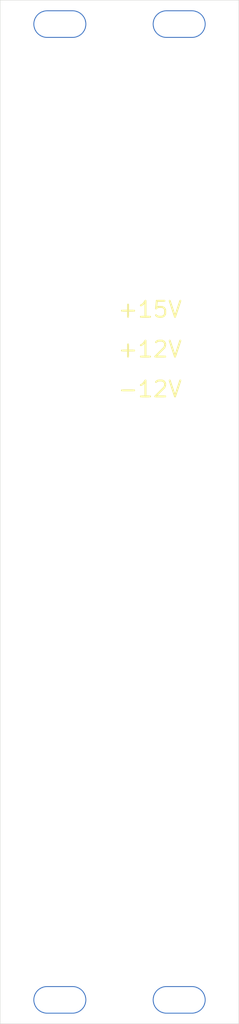
<source format=kicad_pcb>
(kicad_pcb (version 20241229) (generator "pcbnew") (generator_version "9.0")
  (layers (0 "F.Cu" signal) (2 "B.Cu" signal) (13 "F.Paste" user) (15 "B.Paste" user) (5 "F.SilkS" user "F.Silkscreen") (7 "B.SilkS" user "B.Silkscreen") (1 "F.Mask" user) (3 "B.Mask" user) (25 "Edge.Cuts" user))
  (net 0 "")
  (footprint "ModularMountingHoles:MountingHole_3.2mm_M3_naked" (layer "F.Cu") (at 75 88.58)
    (property "Reference" "REF**" (hide yes))
    (property "Value" "MountingHole_3.2mm_M3_naked" (hide yes))
    (pad "" np_thru_hole circle (at 0 0) (size 3.2 3.2) (drill 3.2) (layers "*.Cu" "*.Mask"))
  )
  (footprint "ModularMountingHoles:Eurorack_mounting_hole" (layer "F.Cu") (at 57.5 175.5)
    (property "Reference" "REF**" (hide yes))
    (property "Value" "Eurorack_mounting_hole" (hide yes))
    (pad "1" thru_hole oval (at 0 0) (size 6.65 3.45) (drill oval 6.4 3.2) (layers "*.Cu" "*.Mask"))
  )
  (footprint "ModularMountingHoles:MountingHole_3.2mm_M3_naked" (layer "F.Cu") (at 75 63.25)
    (property "Reference" "REF**" (hide yes))
    (property "Value" "MountingHole_3.2mm_M3_naked" (hide yes))
    (pad "" np_thru_hole circle (at 0 0) (size 3.2 3.2) (drill 3.2) (layers "*.Cu" "*.Mask"))
  )
  (footprint "ModularMountingHoles:Eurorack_mounting_hole" (layer "F.Cu") (at 72.5 175.5)
    (property "Reference" "REF**" (hide yes))
    (property "Value" "Eurorack_mounting_hole" (hide yes))
    (pad "1" thru_hole oval (at 0 0) (size 6.65 3.45) (drill oval 6.4 3.2) (layers "*.Cu" "*.Mask"))
  )
  (footprint "ModularMountingHoles:MountingHole_3.2mm_M3_naked" (layer "F.Cu") (at 55 63.25)
    (property "Reference" "REF**" (hide yes))
    (property "Value" "MountingHole_3.2mm_M3_naked" (hide yes))
    (pad "" np_thru_hole circle (at 0 0) (size 3.2 3.2) (drill 3.2) (layers "*.Cu" "*.Mask"))
  )
  (footprint "ModularMountingHoles:MountingHole_3.2mm_M3_naked" (layer "F.Cu") (at 75 165.25)
    (property "Reference" "REF**" (hide yes))
    (property "Value" "MountingHole_3.2mm_M3_naked" (hide yes))
    (pad "" np_thru_hole circle (at 0 0) (size 3.2 3.2) (drill 3.2) (layers "*.Cu" "*.Mask"))
  )
  (footprint "ModularMountingHoles:MountingHole_3.2mm_M3_naked" (layer "F.Cu") (at 75 98.58)
    (property "Reference" "REF**" (hide yes))
    (property "Value" "MountingHole_3.2mm_M3_naked" (hide yes))
    (pad "" np_thru_hole circle (at 0 0) (size 3.2 3.2) (drill 3.2) (layers "*.Cu" "*.Mask"))
  )
  (footprint "ModularMountingHoles:Eurorack_mounting_hole" (layer "F.Cu") (at 57.5 53)
    (property "Reference" "REF**" (hide yes))
    (property "Value" "Eurorack_mounting_hole" (hide yes))
    (pad "1" thru_hole oval (at 0 0) (size 6.65 3.45) (drill oval 6.4 3.2) (layers "*.Cu" "*.Mask"))
  )
  (footprint "ModularMountingHoles:MountingHole_3.2mm_M3_naked" (layer "F.Cu") (at 75 93.58)
    (property "Reference" "REF**" (hide yes))
    (property "Value" "MountingHole_3.2mm_M3_naked" (hide yes))
    (pad "" np_thru_hole circle (at 0 0) (size 3.2 3.2) (drill 3.2) (layers "*.Cu" "*.Mask"))
  )
  (footprint "ModularMountingHoles:MountingHole_3.2mm_M3_naked" (layer "F.Cu") (at 55 165.25)
    (property "Reference" "REF**" (hide yes))
    (property "Value" "MountingHole_3.2mm_M3_naked" (hide yes))
    (pad "" np_thru_hole circle (at 0 0) (size 3.2 3.2) (drill 3.2) (layers "*.Cu" "*.Mask"))
  )
  (footprint "ModularMountingHoles:Eurorack_mounting_hole" (layer "F.Cu") (at 72.5 53)
    (property "Reference" "REF**" (hide yes))
    (property "Value" "Eurorack_mounting_hole" (hide yes))
    (pad "1" thru_hole oval (at 0 0) (size 6.65 3.45) (drill oval 6.4 3.2) (layers "*.Cu" "*.Mask"))
  )
  (gr_rect (start 50 50) (end 80 178.5) (stroke (width 0.05)) (fill no) (layer "Edge.Cuts"))
  (gr_text "+15V" (at 73 90 0) (layer "F.SilkS") (effects (font (size 2 2) (thickness 0.25)) (justify right bottom)))
  (gr_text "+12V" (at 73 95 0) (layer "F.SilkS") (effects (font (size 2 2) (thickness 0.25)) (justify right bottom)))
  (gr_text "-12V" (at 73 100 0) (layer "F.SilkS") (effects (font (size 2 2) (thickness 0.25)) (justify right bottom)))
)
</source>
